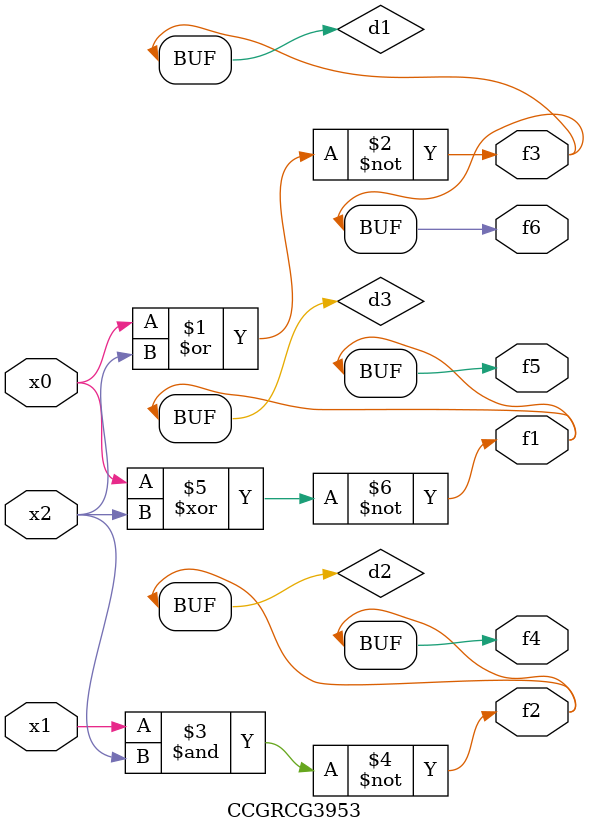
<source format=v>
module CCGRCG3953(
	input x0, x1, x2,
	output f1, f2, f3, f4, f5, f6
);

	wire d1, d2, d3;

	nor (d1, x0, x2);
	nand (d2, x1, x2);
	xnor (d3, x0, x2);
	assign f1 = d3;
	assign f2 = d2;
	assign f3 = d1;
	assign f4 = d2;
	assign f5 = d3;
	assign f6 = d1;
endmodule

</source>
